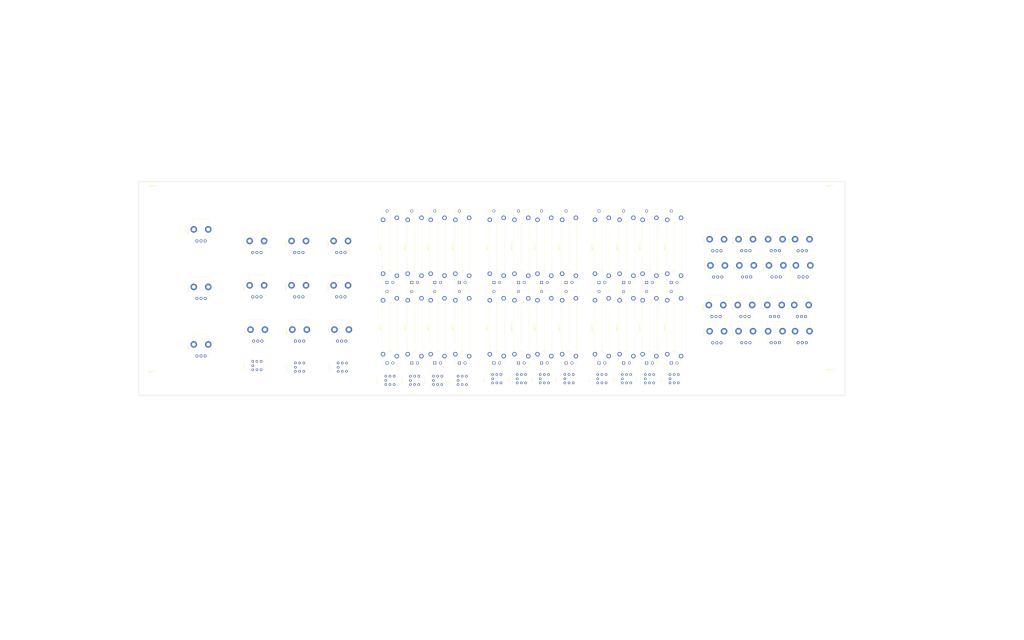
<source format=kicad_pcb>
(kicad_pcb (version 20221018) (generator pcbnew)
  (layers (0 "F.Cu" signal) (31 "B.Cu" signal) (34 "B.Paste" user) (35 "F.Paste" user) (36 "B.SilkS" user "B.Silkscreen") (37 "F.SilkS" user "F.Silkscreen") (38 "B.Mask" user) (39 "F.Mask" user) (44 "Edge.Cuts" user))
  (net 0 "")
  (footprint "NidecSwitches:TR2  7.5mm" (layer "F.Cu") (at 381 265)
    (fp_text reference "REF**" (at -7.62 0 90 unlocked) (layer "F.SilkS") (effects (font (thickness 0.1))))
    (fp_text value "TR2  7.5mm")
    (pad "1" thru_hole circle (at -2.54 -2.62) (size 1.524 1.524) (drill 0.762) (layers "*.Cu" "*.Mask"))
    (pad "2" thru_hole circle (at -2.54 2.46) (size 1.524 1.524) (drill 0.762) (layers "*.Cu" "*.Mask"))
    (pad "3" thru_hole circle (at 2.54 -2.62) (size 1.524 1.524) (drill 0.762) (layers "*.Cu" "*.Mask"))
    (pad "4" thru_hole circle (at 2.54 2.46) (size 1.524 1.524) (drill 0.762) (layers "*.Cu" "*.Mask"))
    (pad "5" thru_hole circle (at 0 2.46) (size 1.524 1.524) (drill 0.762) (layers "*.Cu" "*.Mask"))
    (pad "6" thru_hole circle (at 0 -2.62) (size 1.524 1.524) (drill 0.762) (layers "*.Cu" "*.Mask"))
    (pad "BOSS" thru_hole circle (at -2.54 0) (size 1.524 1.524) (drill 0.762) (layers "*.Cu" "*.Mask"))
  )
  (footprint "Potentiometer_THT:Potentiometer_Bourns_PTV09A-1_Single_Vertical" (layer "F.Cu") (at 473.6 227.05 90)
    (fp_text reference "REF**" (at 6.05 -10.15 90) (layer "F.SilkS"))
    (fp_text value "PTV09A")
    (pad "" np_thru_hole circle (at 7 -6.9 90) (size 4 4) (drill 2.2) (layers "F&B.Cu" "*.Mask"))
    (pad "" np_thru_hole circle (at 7 1.9 90) (size 4 4) (drill 2.2) (layers "F&B.Cu" "*.Mask"))
    (pad "1" thru_hole circle (at 0 0 90) (size 1.8 1.8) (drill 1) (layers "*.Cu" "*.Mask"))
    (pad "2" thru_hole circle (at 0 -2.5 90) (size 1.8 1.8) (drill 1) (layers "*.Cu" "*.Mask"))
    (pad "3" thru_hole circle (at 0 -5 90) (size 1.8 1.8) (drill 1) (layers "*.Cu" "*.Mask"))
  )
  (footprint "Potentiometer_THT:Potentiometer_Bourns_PTA3043_Single_Slide" (layer "F.Cu") (at 364.25 255.35 90)
    (fp_text reference "REF**" (at 21.75 -4 90) (layer "F.SilkS"))
    (fp_text value "Potentiometer_Bourns_PTA3043_Single_Slide")
    (pad "1" thru_hole rect (at 0 0 90) (size 1.75 1.75) (drill 1.2) (layers "*.Cu" "*.Mask"))
    (pad "2" thru_hole circle (at 0 3.5 90) (size 1.75 1.75) (drill 1.2) (layers "*.Cu" "*.Mask"))
    (pad "3" thru_hole circle (at 43.5 0 90) (size 1.75 1.75) (drill 1.2) (layers "*.Cu" "*.Mask"))
    (pad "MP" thru_hole circle (at 4.15 5.95 90) (size 2.7 2.7) (drill 1.7) (layers "*.Cu" "*.Mask"))
    (pad "MP" thru_hole circle (at 5.35 -2.45 90) (size 2.7 2.7) (drill 1.7) (layers "*.Cu" "*.Mask"))
    (pad "MP" thru_hole circle (at 38.15 -2.45 90) (size 2.7 2.7) (drill 1.7) (layers "*.Cu" "*.Mask"))
    (pad "MP" thru_hole circle (at 39.35 5.95 90) (size 2.7 2.7) (drill 1.7) (layers "*.Cu" "*.Mask"))
  )
  (footprint "Potentiometer_THT:Potentiometer_Bourns_PTV09A-1_Single_Vertical" (layer "F.Cu") (at 124.5 181.05 90)
    (fp_text reference "REF**" (at 6.05 -10.15 90) (layer "F.SilkS"))
    (fp_text value "PTV09A")
    (pad "" np_thru_hole circle (at 7 -6.9 90) (size 4 4) (drill 2.2) (layers "F&B.Cu" "*.Mask"))
    (pad "" np_thru_hole circle (at 7 1.9 90) (size 4 4) (drill 2.2) (layers "F&B.Cu" "*.Mask"))
    (pad "1" thru_hole circle (at 0 0 90) (size 1.8 1.8) (drill 1) (layers "*.Cu" "*.Mask"))
    (pad "2" thru_hole circle (at 0 -2.5 90) (size 1.8 1.8) (drill 1) (layers "*.Cu" "*.Mask"))
    (pad "3" thru_hole circle (at 0 -5 90) (size 1.8 1.8) (drill 1) (layers "*.Cu" "*.Mask"))
  )
  (footprint "NidecSwitches:TR2  7.5mm" (layer "F.Cu") (at 237 266)
    (fp_text reference "REF**" (at -7.62 0 90 unlocked) (layer "F.SilkS") (effects (font (thickness 0.1))))
    (fp_text value "TR2  7.5mm")
    (pad "1" thru_hole circle (at -2.54 -2.62) (size 1.524 1.524) (drill 0.762) (layers "*.Cu" "*.Mask"))
    (pad "2" thru_hole circle (at -2.54 2.46) (size 1.524 1.524) (drill 0.762) (layers "*.Cu" "*.Mask"))
    (pad "3" thru_hole circle (at 2.54 -2.62) (size 1.524 1.524) (drill 0.762) (layers "*.Cu" "*.Mask"))
    (pad "4" thru_hole circle (at 2.54 2.46) (size 1.524 1.524) (drill 0.762) (layers "*.Cu" "*.Mask"))
    (pad "5" thru_hole circle (at 0 2.46) (size 1.524 1.524) (drill 0.762) (layers "*.Cu" "*.Mask"))
    (pad "6" thru_hole circle (at 0 -2.62) (size 1.524 1.524) (drill 0.762) (layers "*.Cu" "*.Mask"))
    (pad "BOSS" thru_hole circle (at -2.54 0) (size 1.524 1.524) (drill 0.762) (layers "*.Cu" "*.Mask"))
  )
  (footprint "Potentiometer_THT:Potentiometer_Bourns_PTA3043_Single_Slide" (layer "F.Cu") (at 235.25 206.35 90)
    (fp_text reference "REF**" (at 21.75 -4 90) (layer "F.SilkS"))
    (fp_text value "Potentiometer_Bourns_PTA3043_Single_Slide")
    (pad "1" thru_hole rect (at 0 0 90) (size 1.75 1.75) (drill 1.2) (layers "*.Cu" "*.Mask"))
    (pad "2" thru_hole circle (at 0 3.5 90) (size 1.75 1.75) (drill 1.2) (layers "*.Cu" "*.Mask"))
    (pad "3" thru_hole circle (at 43.5 0 90) (size 1.75 1.75) (drill 1.2) (layers "*.Cu" "*.Mask"))
    (pad "MP" thru_hole circle (at 4.15 5.95 90) (size 2.7 2.7) (drill 1.7) (layers "*.Cu" "*.Mask"))
    (pad "MP" thru_hole circle (at 5.35 -2.45 90) (size 2.7 2.7) (drill 1.7) (layers "*.Cu" "*.Mask"))
    (pad "MP" thru_hole circle (at 38.15 -2.45 90) (size 2.7 2.7) (drill 1.7) (layers "*.Cu" "*.Mask"))
    (pad "MP" thru_hole circle (at 39.35 5.95 90) (size 2.7 2.7) (drill 1.7) (layers "*.Cu" "*.Mask"))
  )
  (footprint "NidecSwitches:TR2  7.5mm" (layer "F.Cu") (at 156 257)
    (fp_text reference "REF**" (at -7.62 0 90 unlocked) (layer "F.SilkS") (effects (font (thickness 0.1))))
    (fp_text value "TR2  7.5mm")
    (pad "1" thru_hole circle (at -2.54 -2.62) (size 1.524 1.524) (drill 0.762) (layers "*.Cu" "*.Mask"))
    (pad "2" thru_hole circle (at -2.54 2.46) (size 1.524 1.524) (drill 0.762) (layers "*.Cu" "*.Mask"))
    (pad "3" thru_hole circle (at 2.54 -2.62) (size 1.524 1.524) (drill 0.762) (layers "*.Cu" "*.Mask"))
    (pad "4" thru_hole circle (at 2.54 2.46) (size 1.524 1.524) (drill 0.762) (layers "*.Cu" "*.Mask"))
    (pad "5" thru_hole circle (at 0 2.46) (size 1.524 1.524) (drill 0.762) (layers "*.Cu" "*.Mask"))
    (pad "6" thru_hole circle (at 0 -2.62) (size 1.524 1.524) (drill 0.762) (layers "*.Cu" "*.Mask"))
    (pad "BOSS" thru_hole circle (at -2.54 0) (size 1.524 1.524) (drill 0.762) (layers "*.Cu" "*.Mask"))
  )
  (footprint "Potentiometer_THT:Potentiometer_Bourns_PTA3043_Single_Slide" (layer "F.Cu") (at 408.25 206.35 90)
    (fp_text reference "REF**" (at 21.75 -4 90) (layer "F.SilkS"))
    (fp_text value "Potentiometer_Bourns_PTA3043_Single_Slide")
    (pad "1" thru_hole rect (at 0 0 90) (size 1.75 1.75) (drill 1.2) (layers "*.Cu" "*.Mask"))
    (pad "2" thru_hole circle (at 0 3.5 90) (size 1.75 1.75) (drill 1.2) (layers "*.Cu" "*.Mask"))
    (pad "3" thru_hole circle (at 43.5 0 90) (size 1.75 1.75) (drill 1.2) (layers "*.Cu" "*.Mask"))
    (pad "MP" thru_hole circle (at 4.15 5.95 90) (size 2.7 2.7) (drill 1.7) (layers "*.Cu" "*.Mask"))
    (pad "MP" thru_hole circle (at 5.35 -2.45 90) (size 2.7 2.7) (drill 1.7) (layers "*.Cu" "*.Mask"))
    (pad "MP" thru_hole circle (at 38.15 -2.45 90) (size 2.7 2.7) (drill 1.7) (layers "*.Cu" "*.Mask"))
    (pad "MP" thru_hole circle (at 39.35 5.95 90) (size 2.7 2.7) (drill 1.7) (layers "*.Cu" "*.Mask"))
  )
  (footprint "NidecSwitches:TR2  7.5mm" (layer "F.Cu") (at 366 265)
    (fp_text reference "REF**" (at -7.62 0 90 unlocked) (layer "F.SilkS") (effects (font (thickness 0.1))))
    (fp_text value "TR2  7.5mm")
    (pad "1" thru_hole circle (at -2.54 -2.62) (size 1.524 1.524) (drill 0.762) (layers "*.Cu" "*.Mask"))
    (pad "2" thru_hole circle (at -2.54 2.46) (size 1.524 1.524) (drill 0.762) (layers "*.Cu" "*.Mask"))
    (pad "3" thru_hole circle (at 2.54 -2.62) (size 1.524 1.524) (drill 0.762) (layers "*.Cu" "*.Mask"))
    (pad "4" thru_hole circle (at 2.54 2.46) (size 1.524 1.524) (drill 0.762) (layers "*.Cu" "*.Mask"))
    (pad "5" thru_hole circle (at 0 2.46) (size 1.524 1.524) (drill 0.762) (layers "*.Cu" "*.Mask"))
    (pad "6" thru_hole circle (at 0 -2.62) (size 1.524 1.524) (drill 0.762) (layers "*.Cu" "*.Mask"))
    (pad "BOSS" thru_hole circle (at -2.54 0) (size 1.524 1.524) (drill 0.762) (layers "*.Cu" "*.Mask"))
  )
  (footprint "Potentiometer_THT:Potentiometer_Bourns_PTV09A-1_Single_Vertical" (layer "F.Cu") (at 455.6 227.05 90)
    (fp_text reference "REF**" (at 6.05 -10.15 90) (layer "F.SilkS"))
    (fp_text value "PTV09A")
    (pad "" np_thru_hole circle (at 7 -6.9 90) (size 4 4) (drill 2.2) (layers "F&B.Cu" "*.Mask"))
    (pad "" np_thru_hole circle (at 7 1.9 90) (size 4 4) (drill 2.2) (layers "F&B.Cu" "*.Mask"))
    (pad "1" thru_hole circle (at 0 0 90) (size 1.8 1.8) (drill 1) (layers "*.Cu" "*.Mask"))
    (pad "2" thru_hole circle (at 0 -2.5 90) (size 1.8 1.8) (drill 1) (layers "*.Cu" "*.Mask"))
    (pad "3" thru_hole circle (at 0 -5 90) (size 1.8 1.8) (drill 1) (layers "*.Cu" "*.Mask"))
  )
  (footprint "Potentiometer_THT:Potentiometer_Bourns_PTV09A-1_Single_Vertical" (layer "F.Cu") (at 456.1 187 90)
    (fp_text reference "REF**" (at 6.05 -10.15 90) (layer "F.SilkS"))
    (fp_text value "PTV09A")
    (pad "" np_thru_hole circle (at 7 -6.9 90) (size 4 4) (drill 2.2) (layers "F&B.Cu" "*.Mask"))
    (pad "" np_thru_hole circle (at 7 1.9 90) (size 4 4) (drill 2.2) (layers "F&B.Cu" "*.Mask"))
    (pad "1" thru_hole circle (at 0 0 90) (size 1.8 1.8) (drill 1) (layers "*.Cu" "*.Mask"))
    (pad "2" thru_hole circle (at 0 -2.5 90) (size 1.8 1.8) (drill 1) (layers "*.Cu" "*.Mask"))
    (pad "3" thru_hole circle (at 0 -5 90) (size 1.8 1.8) (drill 1) (layers "*.Cu" "*.Mask"))
  )
  (footprint "NidecSwitches:TR2  7.5mm" (layer "F.Cu") (at 317 265)
    (fp_text reference "REF**" (at -7.62 0 90 unlocked) (layer "F.SilkS") (effects (font (thickness 0.1))))
    (fp_text value "TR2  7.5mm")
    (pad "1" thru_hole circle (at -2.54 -2.62) (size 1.524 1.524) (drill 0.762) (layers "*.Cu" "*.Mask"))
    (pad "2" thru_hole circle (at -2.54 2.46) (size 1.524 1.524) (drill 0.762) (layers "*.Cu" "*.Mask"))
    (pad "3" thru_hole circle (at 2.54 -2.62) (size 1.524 1.524) (drill 0.762) (layers "*.Cu" "*.Mask"))
    (pad "4" thru_hole circle (at 2.54 2.46) (size 1.524 1.524) (drill 0.762) (layers "*.Cu" "*.Mask"))
    (pad "5" thru_hole circle (at 0 2.46) (size 1.524 1.524) (drill 0.762) (layers "*.Cu" "*.Mask"))
    (pad "6" thru_hole circle (at 0 -2.62) (size 1.524 1.524) (drill 0.762) (layers "*.Cu" "*.Mask"))
    (pad "BOSS" thru_hole circle (at -2.54 0) (size 1.524 1.524) (drill 0.762) (layers "*.Cu" "*.Mask"))
  )
  (footprint "Potentiometer_THT:Potentiometer_Bourns_PTV09A-1_Single_Vertical" (layer "F.Cu") (at 184 215.1 90)
    (fp_text reference "REF**" (at 6.05 -10.15 90) (layer "F.SilkS"))
    (fp_text value "PTV09A")
    (pad "" np_thru_hole circle (at 7 -6.9 90) (size 4 4) (drill 2.2) (layers "F&B.Cu" "*.Mask"))
    (pad "" np_thru_hole circle (at 7 1.9 90) (size 4 4) (drill 2.2) (layers "F&B.Cu" "*.Mask"))
    (pad "1" thru_hole circle (at 0 0 90) (size 1.8 1.8) (drill 1) (layers "*.Cu" "*.Mask"))
    (pad "2" thru_hole circle (at 0 -2.5 90) (size 1.8 1.8) (drill 1) (layers "*.Cu" "*.Mask"))
    (pad "3" thru_hole circle (at 0 -5 90) (size 1.8 1.8) (drill 1) (layers "*.Cu" "*.Mask"))
  )
  (footprint "Potentiometer_THT:Potentiometer_Bourns_PTV09A-1_Single_Vertical" (layer "F.Cu") (at 184.5 242.05 90)
    (fp_text reference "REF**" (at 6.05 -10.15 90) (layer "F.SilkS"))
    (fp_text value "PTV09A")
    (pad "" np_thru_hole circle (at 7 -6.9 90) (size 4 4) (drill 2.2) (layers "F&B.Cu" "*.Mask"))
    (pad "" np_thru_hole circle (at 7 1.9 90) (size 4 4) (drill 2.2) (layers "F&B.Cu" "*.Mask"))
    (pad "1" thru_hole circle (at 0 0 90) (size 1.8 1.8) (drill 1) (layers "*.Cu" "*.Mask"))
    (pad "2" thru_hole circle (at 0 -2.5 90) (size 1.8 1.8) (drill 1) (layers "*.Cu" "*.Mask"))
    (pad "3" thru_hole circle (at 0 -5 90) (size 1.8 1.8) (drill 1) (layers "*.Cu" "*.Mask"))
  )
  (footprint "Potentiometer_THT:Potentiometer_Bourns_PTA3043_Single_Slide" (layer "F.Cu") (at 393.25 206.35 90)
    (fp_text reference "REF**" (at 21.75 -4 90) (layer "F.SilkS"))
    (fp_text value "Potentiometer_Bourns_PTA3043_Single_Slide")
    (pad "1" thru_hole rect (at 0 0 90) (size 1.75 1.75) (drill 1.2) (layers "*.Cu" "*.Mask"))
    (pad "2" thru_hole circle (at 0 3.5 90) (size 1.75 1.75) (drill 1.2) (layers "*.Cu" "*.Mask"))
    (pad "3" thru_hole circle (at 43.5 0 90) (size 1.75 1.75) (drill 1.2) (layers "*.Cu" "*.Mask"))
    (pad "MP" thru_hole circle (at 4.15 5.95 90) (size 2.7 2.7) (drill 1.7) (layers "*.Cu" "*.Mask"))
    (pad "MP" thru_hole circle (at 5.35 -2.45 90) (size 2.7 2.7) (drill 1.7) (layers "*.Cu" "*.Mask"))
    (pad "MP" thru_hole circle (at 38.15 -2.45 90) (size 2.7 2.7) (drill 1.7) (layers "*.Cu" "*.Mask"))
    (pad "MP" thru_hole circle (at 39.35 5.95 90) (size 2.7 2.7) (drill 1.7) (layers "*.Cu" "*.Mask"))
  )
  (footprint "NidecSwitches:TR2  7.5mm" (layer "F.Cu") (at 346 265)
    (fp_text reference "REF**" (at -7.62 0 90 unlocked) (layer "F.SilkS") (effects (font (thickness 0.1))))
    (fp_text value "TR2  7.5mm")
    (pad "1" thru_hole circle (at -2.54 -2.62) (size 1.524 1.524) (drill 0.762) (layers "*.Cu" "*.Mask"))
    (pad "2" thru_hole circle (at -2.54 2.46) (size 1.524 1.524) (drill 0.762) (layers "*.Cu" "*.Mask"))
    (pad "3" thru_hole circle (at 2.54 -2.62) (size 1.524 1.524) (drill 0.762) (layers "*.Cu" "*.Mask"))
    (pad "4" thru_hole circle (at 2.54 2.46) (size 1.524 1.524) (drill 0.762) (layers "*.Cu" "*.Mask"))
    (pad "5" thru_hole circle (at 0 2.46) (size 1.524 1.524) (drill 0.762) (layers "*.Cu" "*.Mask"))
    (pad "6" thru_hole circle (at 0 -2.62) (size 1.524 1.524) (drill 0.762) (layers "*.Cu" "*.Mask"))
    (pad "BOSS" thru_hole circle (at -2.54 0) (size 1.524 1.524) (drill 0.762) (layers "*.Cu" "*.Mask"))
  )
  (footprint "NidecSwitches:TR2  7.5mm" (layer "F.Cu") (at 208 258)
    (fp_text reference "REF**" (at -7.62 0 90 unlocked) (layer "F.SilkS") (effects (font (thickness 0.1))))
    (fp_text value "TR2  7.5mm")
    (pad "1" thru_hole circle (at -2.54 -2.62) (size 1.524 1.524) (drill 0.762) (layers "*.Cu" "*.Mask"))
    (pad "2" thru_hole circle (at -2.54 2.46) (size 1.524 1.524) (drill 0.762) (layers "*.Cu" "*.Mask"))
    (pad "3" thru_hole circle (at 2.54 -2.62) (size 1.524 1.524) (drill 0.762) (layers "*.Cu" "*.Mask"))
    (pad "4" thru_hole circle (at 2.54 2.46) (size 1.524 1.524) (drill 0.762) (layers "*.Cu" "*.Mask"))
    (pad "5" thru_hole circle (at 0 2.46) (size 1.524 1.524) (drill 0.762) (layers "*.Cu" "*.Mask"))
    (pad "6" thru_hole circle (at 0 -2.62) (size 1.524 1.524) (drill 0.762) (layers "*.Cu" "*.Mask"))
    (pad "BOSS" thru_hole circle (at -2.54 0) (size 1.524 1.524) (drill 0.762) (layers "*.Cu" "*.Mask"))
  )
  (footprint "NidecSwitches:TR2  7.5mm" (layer "F.Cu") (at 410 265)
    (fp_text reference "REF**" (at -7.62 0 90 unlocked) (layer "F.SilkS") (effects (font (thickness 0.1))))
    (fp_text value "TR2  7.5mm")
    (pad "1" thru_hole circle (at -2.54 -2.62) (size 1.524 1.524) (drill 0.762) (layers "*.Cu" "*.Mask"))
    (pad "2" thru_hole circle (at -2.54 2.46) (size 1.524 1.524) (drill 0.762) (layers "*.Cu" "*.Mask"))
    (pad "3" thru_hole circle (at 2.54 -2.62) (size 1.524 1.524) (drill 0.762) (layers "*.Cu" "*.Mask"))
    (pad "4" thru_hole circle (at 2.54 2.46) (size 1.524 1.524) (drill 0.762) (layers "*.Cu" "*.Mask"))
    (pad "5" thru_hole circle (at 0 2.46) (size 1.524 1.524) (drill 0.762) (layers "*.Cu" "*.Mask"))
    (pad "6" thru_hole circle (at 0 -2.62) (size 1.524 1.524) (drill 0.762) (layers "*.Cu" "*.Mask"))
    (pad "BOSS" thru_hole circle (at -2.54 0) (size 1.524 1.524) (drill 0.762) (layers "*.Cu" "*.Mask"))
  )
  (footprint "Potentiometer_THT:Potentiometer_Bourns_PTA3043_Single_Slide" (layer "F.Cu") (at 315.25 255.35 90)
    (fp_text reference "REF**" (at 21.75 -4 90) (layer "F.SilkS"))
    (fp_text value "Potentiometer_Bourns_PTA3043_Single_Slide")
    (pad "1" thru_hole rect (at 0 0 90) (size 1.75 1.75) (drill 1.2) (layers "*.Cu" "*.Mask"))
    (pad "2" thru_hole circle (at 0 3.5 90) (size 1.75 1.75) (drill 1.2) (layers "*.Cu" "*.Mask"))
    (pad "3" thru_hole circle (at 43.5 0 90) (size 1.75 1.75) (drill 1.2) (layers "*.Cu" "*.Mask"))
    (pad "MP" thru_hole circle (at 4.15 5.95 90) (size 2.7 2.7) (drill 1.7) (layers "*.Cu" "*.Mask"))
    (pad "MP" thru_hole circle (at 5.35 -2.45 90) (size 2.7 2.7) (drill 1.7) (layers "*.Cu" "*.Mask"))
    (pad "MP" thru_hole circle (at 38.15 -2.45 90) (size 2.7 2.7) (drill 1.7) (layers "*.Cu" "*.Mask"))
    (pad "MP" thru_hole circle (at 39.35 5.95 90) (size 2.7 2.7) (drill 1.7) (layers "*.Cu" "*.Mask"))
  )
  (footprint "Potentiometer_THT:Potentiometer_Bourns_PTV09A-1_Single_Vertical" (layer "F.Cu") (at 438.5 187.05 90)
    (fp_text reference "REF**" (at 6.05 -10.15 90) (layer "F.SilkS"))
    (fp_text value "PTV09A")
    (pad "" np_thru_hole circle (at 7 -6.9 90) (size 4 4) (drill 2.2) (layers "F&B.Cu" "*.Mask"))
    (pad "" np_thru_hole circle (at 7 1.9 90) (size 4 4) (drill 2.2) (layers "F&B.Cu" "*.Mask"))
    (pad "1" thru_hole circle (at 0 0 90) (size 1.8 1.8) (drill 1) (layers "*.Cu" "*.Mask"))
    (pad "2" thru_hole circle (at 0 -2.5 90) (size 1.8 1.8) (drill 1) (layers "*.Cu" "*.Mask"))
    (pad "3" thru_hole circle (at 0 -5 90) (size 1.8 1.8) (drill 1) (layers "*.Cu" "*.Mask"))
  )
  (footprint "Potentiometer_THT:Potentiometer_Bourns_PTV09A-1_Single_Vertical" (layer "F.Cu") (at 158.5 215.1 90)
    (fp_text reference "REF**" (at 6.05 -10.15 90) (layer "F.SilkS"))
    (fp_text value "PTV09A")
    (pad "" np_thru_hole circle (at 7 -6.9 90) (size 4 4) (drill 2.2) (layers "F&B.Cu" "*.Mask"))
    (pad "" np_thru_hole circle (at 7 1.9 90) (size 4 4) (drill 2.2) (layers "F&B.Cu" "*.Mask"))
    (pad "1" thru_hole circle (at 0 0 90) (size 1.8 1.8) (drill 1) (layers "*.Cu" "*.Mask"))
    (pad "2" thru_hole circle (at 0 -2.5 90) (size 1.8 1.8) (drill 1) (layers "*.Cu" "*.Mask"))
    (pad "3" thru_hole circle (at 0 -5 90) (size 1.8 1.8) (drill 1) (layers "*.Cu" "*.Mask"))
  )
  (footprint "NidecSwitches:TR2  7.5mm" (layer "F.Cu") (at 266 266)
    (fp_text reference "REF**" (at -7.62 0 90 unlocked) (layer "F.SilkS") (effects (font (thickness 0.1))))
    (fp_text value "TR2  7.5mm")
    (pad "1" thru_hole circle (at -2.54 -2.62) (size 1.524 1.524) (drill 0.762) (layers "*.Cu" "*.Mask"))
    (pad "2" thru_hole circle (at -2.54 2.46) (size 1.524 1.524) (drill 0.762) (layers "*.Cu" "*.Mask"))
    (pad "3" thru_hole circle (at 2.54 -2.62) (size 1.524 1.524) (drill 0.762) (layers "*.Cu" "*.Mask"))
    (pad "4" thru_hole circle (at 2.54 2.46) (size 1.524 1.524) (drill 0.762) (layers "*.Cu" "*.Mask"))
    (pad "5" thru_hole circle (at 0 2.46) (size 1.524 1.524) (drill 0.762) (layers "*.Cu" "*.Mask"))
    (pad "6" thru_hole circle (at 0 -2.62) (size 1.524 1.524) (drill 0.762) (layers "*.Cu" "*.Mask"))
    (pad "BOSS" thru_hole circle (at -2.54 0) (size 1.524 1.524) (drill 0.762) (layers "*.Cu" "*.Mask"))
  )
  (footprint "Potentiometer_THT:Potentiometer_Bourns_PTA3043_Single_Slide" (layer "F.Cu") (at 235.25 255.35 90)
    (fp_text reference "REF**" (at 21.75 -4 90) (layer "F.SilkS"))
    (fp_text value "Potentiometer_Bourns_PTA3043_Single_Slide")
    (pad "1" thru_hole rect (at 0 0 90) (size 1.75 1.75) (drill 1.2) (layers "*.Cu" "*.Mask"))
    (pad "2" thru_hole circle (at 0 3.5 90) (size 1.75 1.75) (drill 1.2) (layers "*.Cu" "*.Mask"))
    (pad "3" thru_hole circle (at 43.5 0 90) (size 1.75 1.75) (drill 1.2) (layers "*.Cu" "*.Mask"))
    (pad "MP" thru_hole circle (at 4.15 5.95 90) (size 2.7 2.7) (drill 1.7) (layers "*.Cu" "*.Mask"))
    (pad "MP" thru_hole circle (at 5.35 -2.45 90) (size 2.7 2.7) (drill 1.7) (layers "*.Cu" "*.Mask"))
    (pad "MP" thru_hole circle (at 38.15 -2.45 90) (size 2.7 2.7) (drill 1.7) (layers "*.Cu" "*.Mask"))
    (pad "MP" thru_hole circle (at 39.35 5.95 90) (size 2.7 2.7) (drill 1.7) (layers "*.Cu" "*.Mask"))
  )
  (footprint "Potentiometer_THT:Potentiometer_Bourns_PTV09A-1_Single_Vertical" (layer "F.Cu") (at 124.5 251.05 90)
    (fp_text reference "REF**" (at 6.05 -10.15 90) (layer "F.SilkS"))
    (fp_text value "PTV09A")
    (pad "" np_thru_hole circle (at 7 -6.9 90) (size 4 4) (drill 2.2) (layers "F&B.Cu" "*.Mask"))
    (pad "" np_thru_hole circle (at 7 1.9 90) (size 4 4) (drill 2.2) (layers "F&B.Cu" "*.Mask"))
    (pad "1" thru_hole circle (at 0 0 90) (size 1.8 1.8) (drill 1) (layers "*.Cu" "*.Mask"))
    (pad "2" thru_hole circle (at 0 -2.5 90) (size 1.8 1.8) (drill 1) (layers "*.Cu" "*.Mask"))
    (pad "3" thru_hole circle (at 0 -5 90) (size 1.8 1.8) (drill 1) (layers "*.Cu" "*.Mask"))
  )
  (footprint "NidecSwitches:TR2  7.5mm" (layer "F.Cu") (at 302 265)
    (fp_text reference "REF**" (at -7.62 0 90 unlocked) (layer "F.SilkS") (effects (font (thickness 0.1))))
    (fp_text value "TR2  7.5mm")
    (pad "1" thru_hole circle (at -2.54 -2.62) (size 1.524 1.524) (drill 0.762) (layers "*.Cu" "*.Mask"))
    (pad "2" thru_hole circle (at -2.54 2.46) (size 1.524 1.524) (drill 0.762) (layers "*.Cu" "*.Mask"))
    (pad "3" thru_hole circle (at 2.54 -2.62) (size 1.524 1.524) (drill 0.762) (layers "*.Cu" "*.Mask"))
    (pad "4" thru_hole circle (at 2.54 2.46) (size 1.524 1.524) (drill 0.762) (layers "*.Cu" "*.Mask"))
    (pad "5" thru_hole circle (at 0 2.46) (size 1.524 1.524) (drill 0.762) (layers "*.Cu" "*.Mask"))
    (pad "6" thru_hole circle (at 0 -2.62) (size 1.524 1.524) (drill 0.762) (layers "*.Cu" "*.Mask"))
    (pad "BOSS" thru_hole circle (at -2.54 0) (size 1.524 1.524) (drill 0.762) (layers "*.Cu" "*.Mask"))
  )
  (footprint "Potentiometer_THT:Potentiometer_Bourns_PTA3043_Single_Slide" (layer "F.Cu") (at 329.25 206.35 90)
    (fp_text reference "REF**" (at 21.75 -4 90) (layer "F.SilkS"))
    (fp_text value "Potentiometer_Bourns_PTA3043_Single_Slide")
    (pad "1" thru_hole rect (at 0 0 90) (size 1.75 1.75) (drill 1.2) (layers "*.Cu" "*.Mask"))
    (pad "2" thru_hole circle (at 0 3.5 90) (size 1.75 1.75) (drill 1.2) (layers "*.Cu" "*.Mask"))
    (pad "3" thru_hole circle (at 43.5 0 90) (size 1.75 1.75) (drill 1.2) (layers "*.Cu" "*.Mask"))
    (pad "MP" thru_hole circle (at 4.15 5.95 90) (size 2.7 2.7) (drill 1.7) (layers "*.Cu" "*.Mask"))
    (pad "MP" thru_hole circle (at 5.35 -2.45 90) (size 2.7 2.7) (drill 1.7) (layers "*.Cu" "*.Mask"))
    (pad "MP" thru_hole circle (at 38.15 -2.45 90) (size 2.7 2.7) (drill 1.7) (layers "*.Cu" "*.Mask"))
    (pad "MP" thru_hole circle (at 39.35 5.95 90) (size 2.7 2.7) (drill 1.7) (layers "*.Cu" "*.Mask"))
  )
  (footprint "Potentiometer_THT:Potentiometer_Bourns_PTV09A-1_Single_Vertical" (layer "F.Cu") (at 159 242.05 90)
    (fp_text reference "REF**" (at 6.05 -10.15 90) (layer "F.SilkS"))
    (fp_text value "PTV09A")
    (pad "" np_thru_hole circle (at 7 -6.9 90) (size 4 4) (drill 2.2) (layers "F&B.Cu" "*.Mask"))
    (pad "" np_thru_hole circle (at 7 1.9 90) (size 4 4) (drill 2.2) (layers "F&B.Cu" "*.Mask"))
    (pad "1" thru_hole circle (at 0 0 90) (size 1.8 1.8) (drill 1) (layers "*.Cu" "*.Mask"))
    (pad "2" thru_hole circle (at 0 -2.5 90) (size 1.8 1.8) (drill 1) (layers "*.Cu" "*.Mask"))
    (pad "3" thru_hole circle (at 0 -5 90) (size 1.8 1.8) (drill 1) (layers "*.Cu" "*.Mask"))
  )
  (footprint "Potentiometer_THT:Potentiometer_Bourns_PTA3043_Single_Slide" (layer "F.Cu") (at 250.25 255.35 90)
    (fp_text reference "REF**" (at 21.75 -4 90) (layer "F.SilkS"))
    (fp_text value "Potentiometer_Bourns_PTA3043_Single_Slide")
    (pad "1" thru_hole rect (at 0 0 90) (size 1.75 1.75) (drill 1.2) (layers "*.Cu" "*.Mask"))
    (pad "2" thru_hole circle (at 0 3.5 90) (size 1.75 1.75) (drill 1.2) (layers "*.Cu" "*.Mask"))
    (pad "3" thru_hole circle (at 43.5 0 90) (size 1.75 1.75) (drill 1.2) (layers "*.Cu" "*.Mask"))
    (pad "MP" thru_hole circle (at 4.15 5.95 90) (size 2.7 2.7) (drill 1.7) (layers "*.Cu" "*.Mask"))
    (pad "MP" thru_hole circle (at 5.35 -2.45 90) (size 2.7 2.7) (drill 1.7) (layers "*.Cu" "*.Mask"))
    (pad "MP" thru_hole circle (at 38.15 -2.45 90) (size 2.7 2.7) (drill 1.7) (layers "*.Cu" "*.Mask"))
    (pad "MP" thru_hole circle (at 39.35 5.95 90) (size 2.7 2.7) (drill 1.7) (layers "*.Cu" "*.Mask"))
  )
  (footprint "Potentiometer_THT:Potentiometer_Bourns_PTV09A-1_Single_Vertical" (layer "F.Cu") (at 490 227.05 90)
    (fp_text reference "REF**" (at 6.05 -10.15 90) (layer "F.SilkS"))
    (fp_text value "PTV09A")
    (pad "" np_thru_hole circle (at 7 -6.9 90) (size 4 4) (drill 2.2) (layers "F&B.Cu" "*.Mask"))
    (pad "" np_thru_hole circle (at 7 1.9 90) (size 4 4) (drill 2.2) (layers "F&B.Cu" "*.Mask"))
    (pad "1" thru_hole circle (at 0 0 90) (size 1.8 1.8) (drill 1) (layers "*.Cu" "*.Mask"))
    (pad "2" thru_hole circle (at 0 -2.5 90) (size 1.8 1.8) (drill 1) (layers "*.Cu" "*.Mask"))
    (pad "3" thru_hole circle (at 0 -5 90) (size 1.8 1.8) (drill 1) (layers "*.Cu" "*.Mask"))
  )
  (footprint "MountingHole:MountingHole_5.3mm_M5" (layer "F.Cu") (at 505 154)
    (fp_text reference "REF**" (at 0 -6.3) (layer "F.SilkS"))
    (fp_text value "MountingHole_5.3mm_M5")
    (pad "" np_thru_hole circle (at 0 0) (size 5.3 5.3) (drill 5.3) (layers "F&B.Cu" "*.Mask"))
  )
  (footprint "Potentiometer_THT:Potentiometer_Bourns_PTV09A-1_Single_Vertical" (layer "F.Cu") (at 210.1 242.05 90)
    (fp_text reference "REF**" (at 6.05 -10.15 90) (layer "F.SilkS"))
    (fp_text value "PTV09A")
    (pad "" np_thru_hole circle (at 7 -6.9 90) (size 4 4) (drill 2.2) (layers "F&B.Cu" "*.Mask"))
    (pad "" np_thru_hole circle (at 7 1.9 90) (size 4 4) (drill 2.2) (layers "F&B.Cu" "*.Mask"))
    (pad "1" thru_hole circle (at 0 0 90) (size 1.8 1.8) (drill 1) (layers "*.Cu" "*.Mask"))
    (pad "2" thru_hole circle (at 0 -2.5 90) (size 1.8 1.8) (drill 1) (layers "*.Cu" "*.Mask"))
    (pad "3" thru_hole circle (at 0 -5 90) (size 1.8 1.8) (drill 1) (layers "*.Cu" "*.Mask"))
  )
  (footprint "Potentiometer_THT:Potentiometer_Bourns_PTA3043_Single_Slide" (layer "F.Cu") (at 300.25 206.35 90)
    (fp_text reference "REF**" (at 21.75 -4 90) (layer "F.SilkS"))
    (fp_text value "Potentiometer_Bourns_PTA3043_Single_Slide")
    (pad "1" thru_hole rect (at 0 0 90) (size 1.75 1.75) (drill 1.2) (layers "*.Cu" "*.Mask"))
    (pad "2" thru_hole circle (at 0 3.5 90) (size 1.75 1.75) (drill 1.2) (layers "*.Cu" "*.Mask"))
    (pad "3" thru_hole circle (at 43.5 0 90) (size 1.75 1.75) (drill 1.2) (layers "*.Cu" "*.Mask"))
    (pad "MP" thru_hole circle (at 4.15 5.95 90) (size 2.7 2.7) (drill 1.7) (layers "*.Cu" "*.Mask"))
    (pad "MP" thru_hole circle (at 5.35 -2.45 90) (size 2.7 2.7) (drill 1.7) (layers "*.Cu" "*.Mask"))
    (pad "MP" thru_hole circle (at 38.15 -2.45 90) (size 2.7 2.7) (drill 1.7) (layers "*.Cu" "*.Mask"))
    (pad "MP" thru_hole circle (at 39.35 5.95 90) (size 2.7 2.7) (drill 1.7) (layers "*.Cu" "*.Mask"))
  )
  (footprint "Potentiometer_THT:Potentiometer_Bourns_PTV09A-1_Single_Vertical" (layer "F.Cu") (at 456.1 243 90)
    (fp_text reference "REF**" (at 6.05 -10.15 90) (layer "F.SilkS"))
    (fp_text value "PTV09A")
    (pad "" np_thru_hole circle (at 7 -6.9 90) (size 4 4) (drill 2.2) (layers "F&B.Cu" "*.Mask"))
    (pad "" np_thru_hole circle (at 7 1.9 90) (size 4 4) (drill 2.2) (layers "F&B.Cu" "*.Mask"))
    (pad "1" thru_hole circle (at 0 0 90) (size 1.8 1.8) (drill 1) (layers "*.Cu" "*.Mask"))
    (pad "2" thru_hole circle (at 0 -2.5 90) (size 1.8 1.8) (drill 1) (layers "*.Cu" "*.Mask"))
    (pad "3" thru_hole circle (at 0 -5 90) (size 1.8 1.8) (drill 1) (layers "*.Cu" "*.Mask"))
  )
  (footprint "Potentiometer_THT:Potentiometer_Bourns_PTA3043_Single_Slide" (layer "F.Cu") (at 279.25 206.35 90)
    (fp_text reference "REF**" (at 21.75 -4 90) (layer "F.SilkS"))
    (fp_text value "Potentiometer_Bourns_PTA3043_Single_Slide")
    (pad "1" thru_hole rect (at 0 0 90) (size 1.75 1.75) (drill 1.2) (layers "*.Cu" "*.Mask"))
    (pad "2" thru_hole circle (at 0 3.5 90) (size 1.75 1.75) (drill 1.2) (layers "*.Cu" "*.Mask"))
    (pad "3" thru_hole circle (at 43.5 0 90) (size 1.75 1.75) (drill 1.2) (layers "*.Cu" "*.Mask"))
    (pad "MP" thru_hole circle (at 4.15 5.95 90) (size 2.7 2.7) (drill 1.7) (layers "*.Cu" "*.Mask"))
    (pad "MP" thru_hole circle (at 5.35 -2.45 90) (size 2.7 2.7) (drill 1.7) (layers "*.Cu" "*.Mask"))
    (pad "MP" thru_hole circle (at 38.15 -2.45 90) (size 2.7 2.7) (drill 1.7) (layers "*.Cu" "*.Mask"))
    (pad "MP" thru_hole circle (at 39.35 5.95 90) (size 2.7 2.7) (drill 1.7) (layers "*.Cu" "*.Mask"))
  )
  (footprint "Potentiometer_THT:Potentiometer_Bourns_PTV09A-1_Single_Vertical" (layer "F.Cu") (at 209.6 188.1 90)
    (fp_text reference "REF**" (at 6.05 -10.15 90) (layer "F.SilkS"))
    (fp_text value "PTV09A")
    (pad "" np_thru_hole circle (at 7 -6.9 90) (size 4 4) (drill 2.2) (layers "F&B.Cu" "*.Mask"))
    (pad "" np_thru_hole circle (at 7 1.9 90) (size 4 4) (drill 2.2) (layers "F&B.Cu" "*.Mask"))
    (pad "1" thru_hole circle (at 0 0 90) (size 1.8 1.8) (drill 1) (layers "*.Cu" "*.Mask"))
    (pad "2" thru_hole circle (at 0 -2.5 90) (size 1.8 1.8) (drill 1) (layers "*.Cu" "*.Mask"))
    (pad "3" thru_hole circle (at 0 -5 90) (size 1.8 1.8) (drill 1) (layers "*.Cu" "*.Mask"))
  )
  (footprint "Potentiometer_THT:Potentiometer_Bourns_PTV09A-1_Single_Vertical" (layer "F.Cu") (at 438.5 243.05 90)
    (fp_text reference "REF**" (at 6.05 -10.15 90) (layer "F.SilkS"))
    (fp_text value "PTV09A")
    (pad "" np_thru_hole circle (at 7 -6.9 90) (size 4 4) (drill 2.2) (layers "F&B.Cu" "*.Mask"))
    (pad "" np_thru_hole circle (at 7 1.9 90) (size 4 4) (drill 2.2) (layers "F&B.Cu" "*.Mask"))
    (pad "1" thru_hole circle (at 0 0 90) (size 1.8 1.8) (drill 1) (layers "*.Cu" "*.Mask"))
    (pad "2" thru_hole circle (at 0 -2.5 90) (size 1.8 1.8) (drill 1) (layers "*.Cu" "*.Mask"))
    (pad "3" thru_hole circle (at 0 -5 90) (size 1.8 1.8) (drill 1) (layers "*.Cu" "*.Mask"))
  )
  (footprint "MountingHole:MountingHole_5.3mm_M5" (layer "F.Cu") (at 505 266)
    (fp_text reference "REF**" (at 0 -6.3) (layer "F.SilkS"))
    (fp_text value "MountingHole_5.3mm_M5")
    (pad "" np_thru_hole circle (at 0 0) (size 5.3 5.3) (drill 5.3) (layers "F&B.Cu" "*.Mask"))
  )
  (footprint "Potentiometer_THT:Potentiometer_Bourns_PTA3043_Single_Slide" (layer "F.Cu") (at 364.25 206.35 90)
    (fp_text reference "REF**" (at 21.75 -4 90) (layer "F.SilkS"))
    (fp_text value "Potentiometer_Bourns_PTA3043_Single_Slide")
    (pad "1" thru_hole rect (at 0 0 90) (size 1.75 1.75) (drill 1.2) (layers "*.Cu" "*.Mask"))
    (pad "2" thru_hole circle (at 0 3.5 90) (size 1.75 1.75) (drill 1.2) (layers "*.Cu" "*.Mask"))
    (pad "3" thru_hole circle (at 43.5 0 90) (size 1.75 1.75) (drill 1.2) (layers "*.Cu" "*.Mask"))
    (pad "MP" thru_hole circle (at 4.15 5.95 90) (size 2.7 2.7) (drill 1.7) (layers "*.Cu" "*.Mask"))
    (pad "MP" thru_hole circle (at 5.35 -2.45 90) (size 2.7 2.7) (drill 1.7) (layers "*.Cu" "*.Mask"))
    (pad "MP" thru_hole circle (at 38.15 -2.45 90) (size 2.7 2.7) (drill 1.7) (layers "*.Cu" "*.Mask"))
    (pad "MP" thru_hole circle (at 39.35 5.95 90) (size 2.7 2.7) (drill 1.7) (layers "*.Cu" "*.Mask"))
  )
  (footprint "Potentiometer_THT:Potentiometer_Bourns_PTV09A-1_Single_Vertical" (layer "F.Cu") (at 209.6 215.1 90)
    (fp_text reference "REF**" (at 6.05 -10.15 90) (layer "F.SilkS"))
    (fp_text value "PTV09A")
    (pad "" np_thru_hole circle (at 7 -6.9 90) (size 4 4) (drill 2.2) (layers "F&B.Cu" "*.Mask"))
    (pad "" np_thru_hole circle (at 7 1.9 90) (size 4 4) (drill 2.2) (layers "F&B.Cu" "*.Mask"))
    (pad "1" thru_hole circle (at 0 0 90) (size 1.8 1.8) (drill 1) (layers "*.Cu" "*.Mask"))
    (pad "2" thru_hole circle (at 0 -2.5 90) (size 1.8 1.8) (drill 1) (layers "*.Cu" "*.Mask"))
    (pad "3" thru_hole circle (at 0 -5 90) (size 1.8 1.8) (drill 1) (layers "*.Cu" "*.Mask"))
  )
  (footprint "Potentiometer_THT:Potentiometer_Bourns_PTV09A-1_Single_Vertical" (layer "F.Cu") (at 439 203 90)
    (fp_text reference "REF**" (at 6.05 -10.15 90) (layer "F.SilkS"))
    (fp_text value "PTV09A")
    (pad "" np_thru_hole circle (at 7 -6.9 90) (size 4 4) (drill 2.2) (layers "F&B.Cu" "*.Mask"))
    (pad "" np_thru_hole circle (at 7 1.9 90) (size 4 4) (drill 2.2) (layers "F&B.Cu" "*.Mask"))
    (pad "1" thru_hole circle (at 0 0 90) (size 1.8 1.8) (drill 1) (layers "*.Cu" "*.Mask"))
    (pad "2" thru_hole circle (at 0 -2.5 90) (size 1.8 1.8) (drill 1) (layers "*.Cu" "*.Mask"))
    (pad "3" thru_hole circle (at 0 -5 90) (size 1.8 1.8) (drill 1) (layers "*.Cu" "*.Mask"))
  )
  (footprint "NidecSwitches:TR2  7.5mm" (layer "F.Cu") (at 182 258)
    (fp_text reference "REF**" (at -7.62 0 90 unlocked) (layer "F.SilkS") (effects (font (thickness 0.1))))
    (fp_text value "TR2  7.5mm")
    (pad "1" thru_hole circle (at -2.54 -2.62) (size 1.524 1.524) (drill 0.762) (layers "*.Cu" "*.Mask"))
    (pad "2" thru_hole circle (at -2.54 2.46) (size 1.524 1.524) (drill 0.762) (layers "*.Cu" "*.Mask"))
    (pad "3" thru_hole circle (at 2.54 -2.62) (size 1.524 1.524) (drill 0.762) (layers "*.Cu" "*.Mask"))
    (pad "4" thru_hole circle (at 2.54 2.46) (size 1.524 1.524) (drill 0.762) (layers "*.Cu" "*.Mask"))
    (pad "5" thru_hole circle (at 0 2.46) (size 1.524 1.524) (drill 0.762) (layers "*.Cu" "*.Mask"))
    (pad "6" thru_hole circle (at 0 -2.62) (size 1.524 1.524) (drill 0.762) (layers "*.Cu" "*.Mask"))
    (pad "BOSS" thru_hole circle (at -2.54 0) (size 1.524 1.524) (drill 0.762) (layers "*.Cu" "*.Mask"))
  )
  (footprint "Potentiometer_THT:Potentiometer_Bourns_PTA3043_Single_Slide" (layer "F.Cu") (at 329.25 255.35 90)
    (fp_text reference "REF**" (at 21.75 -4 90) (layer "F.SilkS"))
    (fp_text value "Potentiometer_Bourns_PTA3043_Single_Slide")
    (pad "1" thru_hole rect (at 0 0 90) (size 1.75 1.75) (drill 1.2) (layers "*.Cu" "*.Mask"))
    (pad "2" thru_hole circle (at 0 3.5 90) (size 1.75 1.75) (drill 1.2) (layers "*.Cu" "*.Mask"))
    (pad "3" thru_hole circle (at 43.5 0 90) (size 1.75 1.75) (drill 1.2) (layers "*.Cu" "*.Mask"))
    (pad "MP" thru_hole circle (at 4.15 5.95 90) (size 2.7 2.7) (drill 1.7) (layers "*.Cu" "*.Mask"))
    (pad "MP" thru_hole circle (at 5.35 -2.45 90) (size 2.7 2.7) (drill 1.7) (layers "*.Cu" "*.Mask"))
    (pad "MP" thru_hole circle (at 38.15 -2.45 90) (size 2.7 2.7) (drill 1.7) (layers "*.Cu" "*.Mask"))
    (pad "MP" thru_hole circle (at 39.35 5.95 90) (size 2.7 2.7) (drill 1.7) (layers "*.Cu" "*.Mask"))
  )
  (footprint "Potentiometer_THT:Potentiometer_Bourns_PTV09A-1_Single_Vertical" (layer "F.Cu") (at 491 202.95 90)
    (fp_text reference "REF**" (at 6.05 -10.15 90) (layer "F.SilkS"))
    (fp_text value "PTV09A")
    (pad "" np_thru_hole circle (at 7 -6.9 90) (size 4 4) (drill 2.2) (layers "F&B.Cu" "*.Mask"))
    (pad "" np_thru_hole circle (at 7 1.9 90) (size 4 4) (drill 2.2) (layers "F&B.Cu" "*.Mask"))
    (pad "1" thru_hole circle (at 0 0 90) (size 1.8 1.8) (drill 1) (layers "*.Cu" "*.Mask"))
    (pad "2" thru_hole circle (at 0 -2.5 90) (size 1.8 1.8) (drill 1) (layers "*.Cu" "*.Mask"))
    (pad "3" thru_hole circle (at 0 -5 90) (size 1.8 1.8) (drill 1) (layers "*.Cu" "*.Mask"))
  )
  (footprint "Potentiometer_THT:Potentiometer_Bourns_PTV09A-1_Single_Vertical" (layer "F.Cu") (at 158.5 188.1 90)
    (fp_text reference "REF**" (at 6.05 -10.15 90) (layer "F.SilkS"))
    (fp_text value "PTV09A")
    (pad "" np_thru_hole circle (at 7 -6.9 90) (size 4 4) (drill 2.2) (layers "F&B.Cu" "*.Mask"))
    (pad "" np_thru_hole circle (at 7 1.9 90) (size 4 4) (drill 2.2) (layers "F&B.Cu" "*.Mask"))
    (pad "1" thru_hole circle (at 0 0 90) (size 1.8 1.8) (drill 1) (layers "*.Cu" "*.Mask"))
    (pad "2" thru_hole circle (at 0 -2.5 90) (size 1.8 1.8) (drill 1) (layers "*.Cu" "*.Mask"))
    (pad "3" thru_hole circle (at 0 -5 90) (size 1.8 1.8) (drill 1) (layers "*.Cu" "*.Mask"))
  )
  (footprint "Potentiometer_THT:Potentiometer_Bourns_PTV09A-1_Single_Vertical" (layer "F.Cu") (at 474.1 243 90)
    (fp_text reference "REF**" (at 6.05 -10.15 90) (layer "F.SilkS"))
    (fp_text value "PTV09A")
    (pad "" np_thru_hole circle (at 7 -6.9 90) (size 4 4) (drill 2.2) (layers "F&B.Cu" "*.Mask"))
    (pad "" np_thru_hole circle (at 7 1.9 90) (size 4 4) (drill 2.2) (layers "F&B.Cu" "*.Mask"))
    (pad "1" thru_hole circle (at 0 0 90) (size 1.8 1.8) (drill 1) (layers "*.Cu" "*.Mask"))
    (pad "2" thru_hole circle (at 0 -2.5 90) (size 1.8 1.8) (drill 1) (layers "*.Cu" "*.Mask"))
    (pad "3" thru_hole circle (at 0 -5 90) (size 1.8 1.8) (drill 1) (layers "*.Cu" "*.Mask"))
  )
  (footprint "Potentiometer_THT:Potentiometer_Bourns_PTV09A-1_Single_Vertical" (layer "F.Cu") (at 184 188.1 90)
    (fp_text reference "REF**" (at 6.05 -10.15 90) (layer "F.SilkS"))
    (fp_text value "PTV09A")
    (pad "" np_thru_hole circle (at 7 -6.9 90) (size 4 4) (drill 2.2) (layers "F&B.Cu" "*.Mask"))
    (pad "" np_thru_hole circle (at 7 1.9 90) (size 4 4) (drill 2.2) (layers "F&B.Cu" "*.Mask"))
    (pad "1" thru_hole circle (at 0 0 90) (size 1.8 1.8) (drill 1) (layers "*.Cu" "*.Mask"))
    (pad "2" thru_hole circle (at 0 -2.5 90) (size 1.8 1.8) (drill 1) (layers "*.Cu" "*.Mask"))
    (pad "3" thru_hole circle (at 0 -5 90) (size 1.8 1.8) (drill 1) (layers "*.Cu" "*.Mask"))
  )
  (footprint "MountingHole:MountingHole_5.3mm_M5" (layer "F.Cu") (at 93 154)
    (fp_text reference "REF**" (at 0 -6.3) (layer "F.SilkS"))
    (fp_text value "MountingHole_5.3mm_M5")
    (pad "" np_thru_hole circle (at 0 0) (size 5.3 5.3) (drill 5.3) (layers "F&B.Cu" "*.Mask"))
  )
  (footprint "Potentiometer_THT:Potentiometer_Bourns_PTA3043_Single_Slide" (layer "F.Cu") (at 344.25 206.35 90)
    (fp_text reference "REF**" (at 21.75 -4 90) (layer "F.SilkS"))
    (fp_text value "Potentiometer_Bourns_PTA3043_Single_Slide")
    (pad "1" thru_hole rect (at 0 0 90) (size 1.75 1.75) (drill 1.2) (layers "*.Cu" "*.Mask"))
    (pad "2" thru_hole circle (at 0 3.5 90) (size 1.75 1.75) (drill 1.2) (layers "*.Cu" "*.Mask"))
    (pad "3" thru_hole circle (at 43.5 0 90) (size 1.75 1.75) (drill 1.2) (layers "*.Cu" "*.Mask"))
    (pad "MP" thru_hole circle (at 4.15 5.95 90) (size 2.7 2.7) (drill 1.7) (layers "*.Cu" "*.Mask"))
    (pad "MP" thru_hole circle (at 5.35 -2.45 90) (size 2.7 2.7) (drill 1.7) (layers "*.Cu" "*.Mask"))
    (pad "MP" thru_hole circle (at 38.15 -2.45 90) (size 2.7 2.7) (drill 1.7) (layers "*.Cu" "*.Mask"))
    (pad "MP" thru_hole circle (at 39.35 5.95 90) (size 2.7 2.7) (drill 1.7) (layers "*.Cu" "*.Mask"))
  )
  (footprint "Potentiometer_THT:Potentiometer_Bourns_PTV09A-1_Single_Vertical" (layer "F.Cu") (at 490.5 243 90)
    (fp_text reference "REF**" (at 6.05 -10.15 90) (layer "F.SilkS"))
    (fp_text value "PTV09A")
    (pad "" np_thru_hole circle (at 7 -6.9 90) (size 4 4) (drill 2.2) (layers "F&B.Cu" "*.Mask"))
    (pad "" np_thru_hole circle (at 7 1.9 90) (size 4 4) (drill 2.2) (layers "F&B.Cu" "*.Mask"))
    (pad "1" thru_hole circle (at 0 0 90) (size 1.8 1.8) (drill 1) (layers "*.Cu" "*.Mask"))
    (pad "2" thru_hole circle (at 0 -2.5 90) (size 1.8 1.8) (drill 1) (layers "*.Cu" "*.Mask"))
    (pad "3" thru_hole circle (at 0 -5 90) (size 1.8 1.8) (drill 1) (layers "*.Cu" "*.Mask"))
  )
  (footprint "Potentiometer_THT:Potentiometer_Bourns_PTA3043_Single_Slide" (layer "F.Cu") (at 300.25 255.35 90)
    (fp_text reference "REF**" (at 21.75 -4 90) (layer "F.SilkS"))
    (fp_text value "Potentiometer_Bourns_PTA3043_Single_Slide")
    (pad "1" thru_hole rect (at 0 0 90) (size 1.75 1.75) (drill 1.2) (layers "*.Cu" "*.Mask"))
    (pad "2" thru_hole circle (at 0 3.5 90) (size 1.75 1.75) (drill 1.2) (layers "*.Cu" "*.Mask"))
    (pad "3" thru_hole circle (at 43.5 0 90) (size 1.75 1.75) (drill 1.2) (layers "*.Cu" "*.Mask"))
    (pad "MP" thru_hole circle (at 4.15 5.95 90) (size 2.7 2.7) (drill 1.7) (layers "*.Cu" "*.Mask"))
    (pad "MP" thru_hole circle (at 5.35 -2.45 90) (size 2.7 2.7) (drill 1.7) (layers "*.Cu" "*.Mask"))
    (pad "MP" thru_hole circle (at 38.15 -2.45 90) (size 2.7 2.7) (drill 1.7) (layers "*.Cu" "*.Mask"))
    (pad "MP" thru_hole circle (at 39.35 5.95 90) (size 2.7 2.7) (drill 1.7) (layers "*.Cu" "*.Mask"))
  )
  (footprint "Potentiometer_THT:Potentiometer_Bourns_PTA3043_Single_Slide" (layer "F.Cu") (at 393.25 255.35 90)
    (fp_text reference "REF**" (at 21.75 -4 90) (layer "F.SilkS"))
    (fp_text value "Potentiometer_Bourns_PTA3043_Single_Slide")
    (pad "1" thru_hole rect (at 0 0 90) (size 1.75 1.75) (drill 1.2) (layers "*.Cu" "*.Mask"))
    (pad "2" thru_hole circle (at 0 3.5 90) (size 1.75 1.75) (drill 1.2) (layers "*.Cu" "*.Mask"))
    (pad "3" thru_hole circle (at 43.5 0 90) (size 1.75 1.75) (drill 1.2) (layers "*.Cu" "*.Mask"))
    (pad "MP" thru_hole circle (at 4.15 5.95 90) (size 2.7 2.7) (drill 1.7) (layers "*.Cu" "*.Mask"))
    (pad "MP" thru_hole circle (at 5.35 -2.45 90) (size 2.7 2.7) (drill 1.7) (layers "*.Cu" "*.Mask"))
    (pad "MP" thru_hole circle (at 38.15 -2.45 90) (size 2.7 2.7) (drill 1.7) (layers "*.Cu" "*.Mask"))
    (pad "MP" thru_hole circle (at 39.35 5.95 90) (size 2.7 2.7) (drill 1.7) (layers "*.Cu" "*.Mask"))
  )
  (footprint "MountingHole:MountingHole_5.3mm_M5" (layer "F.Cu") (at 92 267)
    (fp_text reference "REF**" (at 0 -6.3) (layer "F.SilkS"))
    (fp_text value "MountingHole_5.3mm_M5")
    (pad "" np_thru_hole circle (at 0 0) (size 5.3 5.3) (drill 5.3) (layers "*.Cu" "*.Mask"))
  )
  (footprint "Potentiometer_THT:Potentiometer_Bourns_PTV09A-1_Single_Vertical" (layer "F.Cu") (at 438 227.1 90)
    (fp_text reference "REF**" (at 6.05 -10.15 90) (layer "F.SilkS"))
    (fp_text value "PTV09A")
    (pad "" np_thru_hole circle (at 7 -6.9 90) (size 4 4) (drill 2.2) (layers "F&B.Cu" "*.Mask"))
    (pad "" np_thru_hole circle (at 7 1.9 90) (size 4 4) (drill 2.2) (layers "F&B.Cu" "*.Mask"))
    (pad "1" thru_hole circle (at 0 0 90) (size 1.8 1.8) (drill 1) (layers "*.Cu" "*.Mask"))
    (pad "2" thru_hole circle (at 0 -2.5 90) (size 1.8 1.8) (drill 1) (layers "*.Cu" "*.Mask"))
    (pad "3" thru_hole circle (at 0 -5 90) (size 1.8 1.8) (drill 1) (layers "*.Cu" "*.Mask"))
  )
  (footprint "Potentiometer_THT:Potentiometer_Bourns_PTA3043_Single_Slide" (layer "F.Cu") (at 344.25 255.35 90)
    (fp_text reference "REF**" (at 21.75 -4 90) (layer "F.SilkS"))
    (fp_text value "Potentiometer_Bourns_PTA3043_Single_Slide")
    (pad "1" thru_hole rect (at 0 0 90) (size 1.75 1.75) (drill 1.2) (layers "*.Cu" "*.Mask"))
    (pad "2" thru_hole circle (at 0 3.5 90) (size 1.75 1.75) (drill 1.2) (layers "*.Cu" "*.Mask"))
    (pad "3" thru_hole circle (at 43.5 0 90) (size 1.75 1.75) (drill 1.2) (layers "*.Cu" "*.Mask"))
    (pad "MP" thru_hole circle (at 4.15 5.95 90) (size 2.7 2.7) (drill 1.7) (layers "*.Cu" "*.Mask"))
    (pad "MP" thru_hole circle (at 5.35 -2.45 90) (size 2.7 2.7) (drill 1.7) (layers "*.Cu" "*.Mask"))
    (pad "MP" thru_hole circle (at 38.15 -2.45 90) (size 2.7 2.7) (drill 1.7) (layers "*.Cu" "*.Mask"))
    (pad "MP" thru_hole circle (at 39.35 5.95 90) (size 2.7 2.7) (drill 1.7) (layers "*.Cu" "*.Mask"))
  )
  (footprint "Potentiometer_THT:Potentiometer_Bourns_PTV09A-1_Single_Vertical" (layer "F.Cu") (at 456.6 202.95 90)
    (fp_text reference "REF**" (at 6.05 -10.15 90) (layer "F.SilkS"))
    (fp_text value "PTV09A")
    (pad "" np_thru_hole circle (at 7 -6.9 90) (size 4 4) (drill 2.2) (layers "F&B.Cu" "*.Mask"))
    (pad "" np_thru_hole circle (at 7 1.9 90) (size 4 4) (drill 2.2) (layers "F&B.Cu" "*.Mask"))
    (pad "1" thru_hole circle (at 0 0 90) (size 1.8 1.8) (drill 1) (layers "*.Cu" "*.Mask"))
    (pad "2" thru_hole circle (at 0 -2.5 90) (size 1.8 1.8) (drill 1) (layers "*.Cu" "*.Mask"))
    (pad "3" thru_hole circle (at 0 -5 90) (size 1.8 1.8) (drill 1) (layers "*.Cu" "*.Mask"))
  )
  (footprint "NidecSwitches:TR2  7.5mm" (layer "F.Cu") (at 281 266)
    (fp_text reference "REF**" (at -7.62 0 90 unlocked) (layer "F.SilkS") (effects (font (thickness 0.1))))
    (fp_text value "TR2  7.5mm")
    (pad "1" thru_hole circle (at -2.54 -2.62) (size 1.524 1.524) (drill 0.762) (layers "*.Cu" "*.Mask"))
    (pad "2" thru_hole circle (at -2.54 2.46) (size 1.524 1.524) (drill 0.762) (layers "*.Cu" "*.Mask"))
    (pad "3" thru_hole circle (at 2.54 -2.62) (size 1.524 1.524) (drill 0.762) (layers "*.Cu" "*.Mask"))
    (pad "4" thru_hole circle (at 2.54 2.46) (size 1.524 1.524) (drill 0.762) (layers "*.Cu" "*.Mask"))
    (pad "5" thru_hole circle (at 0 2.46) (size 1.524 1.524) (drill 0.762) (layers "*.Cu" "*.Mask"))
    (pad "6" thru_hole circle (at 0 -2.62) (size 1.524 1.524) (drill 0.762) (layers "*.Cu" "*.Mask"))
    (pad "BOSS" thru_hole circle (at -2.54 0) (size 1.524 1.524) (drill 0.762) (layers "*.Cu" "*.Mask"))
  )
  (footprint "Potentiometer_THT:Potentiometer_Bourns_PTA3043_Single_Slide" (layer "F.Cu") (at 379.25 206.35 90)
    (fp_text reference "REF**" (at 21.75 -4 90) (layer "F.SilkS"))
    (fp_text value "Potentiometer_Bourns_PTA3043_Single_Slide")
    (pad "1" thru_hole rect (at 0 0 90) (size 1.75 1.75) (drill 1.2) (layers "*.Cu" "*.Mask"))
    (pad "2" thru_hole circle (at 0 3.5 90) (size 1.75 1.75) (drill 1.2) (layers "*.Cu" "*.Mask"))
    (pad "3" thru_hole circle (at 43.5 0 90) (size 1.75 1.75) (drill 1.2) (layers "*.Cu" "*.Mask"))
    (pad "MP" thru_hole circle (at 4.15 5.95 90) (size 2.7 2.7) (drill 1.7) (layers "*.Cu" "*.Mask"))
    (pad "MP" thru_hole circle (at 5.35 -2.45 90) (size 2.7 2.7) (drill 1.7) (layers "*.Cu" "*.Mask"))
    (pad "MP" thru_hole circle (at 38.15 -2.45 90) (size 2.7 2.7) (drill 1.7) (layers "*.Cu" "*.Mask"))
    (pad "MP" thru_hole circle (at 39.35 5.95 90) (size 2.7 2.7) (drill 1.7) (layers "*.Cu" "*.Mask"))
  )
  (footprint "Potentiometer_THT:Potentiometer_Bourns_PTA3043_Single_Slide" (layer "F.Cu") (at 250.25 206.35 90)
    (fp_text reference "REF**" (at 21.75 -4 90) (layer "F.SilkS"))
    (fp_text value "Potentiometer_Bourns_PTA3043_Single_Slide")
    (pad "1" thru_hole rect (at 0 0 90) (size 1.75 1.75) (drill 1.2) (layers "*.Cu" "*.Mask"))
    (pad "2" thru_hole circle (at 0 3.5 90) (size 1.75 1.75) (drill 1.2) (layers "*.Cu" "*.Mask"))
    (pad "3" thru_hole circle (at 43.5 0 90) (size 1.75 1.75) (drill 1.2) (layers "*.Cu" "*.Mask"))
    (pad "MP" thru_hole circle (at 4.15 5.95 90) (size 2.7 2.7) (drill 1.7) (layers "*.Cu" "*.Mask"))
    (pad "MP" thru_hole circle (at 5.35 -2.45 90) (size 2.7 2.7) (drill 1.7) (layers "*.Cu" "*.Mask"))
    (pad "MP" thru_hole circle (at 38.15 -2.45 90) (size 2.7 2.7) (drill 1.7) (layers "*.Cu" "*.Mask"))
    (pad "MP" thru_hole circle (at 39.35 5.95 90) (size 2.7 2.7) (drill 1.7) (layers "*.Cu" "*.Mask"))
  )
  (footprint "Potentiometer_THT:Potentiometer_Bourns_PTA3043_Single_Slide" (layer "F.Cu") (at 264.25 206.35 90)
    (fp_text reference "REF**" (at 21.75 -4 90) (layer "F.SilkS"))
    (fp_text value "Potentiometer_Bourns_PTA3043_Single_Slide")
    (pad "1" thru_hole rect (at 0 0 90) (size 1.75 1.75) (drill 1.2) (layers "*.Cu" "*.Mask"))
    (pad "2" thru_hole circle (at 0 3.5 90) (size 1.75 1.75) (drill 1.2) (layers "*.Cu" "*.Mask"))
    (pad "3" thru_hole circle (at 43.5 0 90) (size 1.75 1.75) (drill 1.2) (layers "*.Cu" "*.Mask"))
    (pad "MP" thru_hole circle (at 4.15 5.95 90) (size 2.7 2.7) (drill 1.7) (layers "*.Cu" "*.Mask"))
    (pad "MP" thru_hole circle (at 5.35 -2.45 90) (size 2.7 2.7) (drill 1.7) (layers "*.Cu" "*.Mask"))
    (pad "MP" thru_hole circle (at 38.15 -2.45 90) (size 2.7 2.7) (drill 1.7) (layers "*.Cu" "*.Mask"))
    (pad "MP" thru_hole circle (at 39.35 5.95 90) (size 2.7 2.7) (drill 1.7) (layers "*.Cu" "*.Mask"))
  )
  (footprint "NidecSwitches:TR2  7.5mm" (layer "F.Cu") (at 395 265)
    (fp_text reference "REF**" (at -7.62 0 90 unlocked) (layer "F.SilkS") (effects (font (thickness 0.1))))
    (fp_text value "TR2  7.5mm")
    (pad "1" thru_hole circle (at -2.54 -2.62) (size 1.524 1.524) (drill 0.762) (layers "*.Cu" "*.Mask"))
    (pad "2" thru_hole circle (at -2.54 2.46) (size 1.524 1.524) (drill 0.762) (layers "*.Cu" "*.Mask"))
    (pad "3" thru_hole circle (at 2.54 -2.62) (size 1.524 1.524) (drill 0.762) (layers "*.Cu" "*.Mask"))
    (pad "4" thru_hole circle (at 2.54 2.46) (size 1.524 1.524) (drill 0.762) (layers "*.Cu" "*.Mask"))
    (pad "5" thru_hole circle (at 0 2.46) (size 1.524 1.524) (drill 0.762) (layers "*.Cu" "*.Mask"))
    (pad "6" thru_hole circle (at 0 -2.62) (size 1.524 1.524) (drill 0.762) (layers "*.Cu" "*.Mask"))
    (pad "BOSS" thru_hole circle (at -2.54 0) (size 1.524 1.524) (drill 0.762) (layers "*.Cu" "*.Mask"))
  )
  (footprint "Potentiometer_THT:Potentiometer_Bourns_PTA3043_Single_Slide" (layer "F.Cu") (at 279.25 255.35 90)
    (fp_text reference "REF**" (at 21.75 -4 90) (layer "F.SilkS"))
    (fp_text value "Potentiometer_Bourns_PTA3043_Single_Slide")
    (pad "1" thru_hole rect (at 0 0 90) (size 1.75 1.75) (drill 1.2) (layers "*.Cu" "*.Mask"))
    (pad "2" thru_hole circle (at 0 3.5 90) (size 1.75 1.75) (drill 1.2) (layers "*.Cu" "*.Mask"))
    (pad "3" thru_hole circle (at 43.5 0 90) (size 1.75 1.75) (drill 1.2) (layers "*.Cu" "*.Mask"))
    (pad "MP" thru_hole circle (at 4.15 5.95 90) (size 2.7 2.7) (drill 1.7) (layers "*.Cu" "*.Mask"))
    (pad "MP" thru_hole circle (at 5.35 -2.45 90) (size 2.7 2.7) (drill 1.7) (layers "*.Cu" "*.Mask"))
    (pad "MP" thru_hole circle (at 38.15 -2.45 90) (size 2.7 2.7) (drill 1.7) (layers "*.Cu" "*.Mask"))
    (pad "MP" thru_hole circle (at 39.35 5.95 90) (size 2.7 2.7) (drill 1.7) (layers "*.Cu" "*.Mask"))
  )
  (footprint "NidecSwitches:TR2  7.5mm" (layer "F.Cu") (at 252 266)
    (fp_text reference "REF**" (at -7.62 0 90 unlocked) (layer "F.SilkS") (effects (font (thickness 0.1))))
    (fp_text value "TR2  7.5mm")
    (pad "1" thru_hole circle (at -2.54 -2.62) (size 1.524 1.524) (drill 0.762) (layers "*.Cu" "*.Mask"))
    (pad "2" thru_hole circle (at -2.54 2.46) (size 1.524 1.524) (drill 0.762) (layers "*.Cu" "*.Mask"))
    (pad "3" thru_hole circle (at 2.54 -2.62) (size 1.524 1.524) (drill 0.762) (layers "*.Cu" "*.Mask"))
    (pad "4" thru_hole circle (at 2.54 2.46) (size 1.524 1.524) (drill 0.762) (layers "*.Cu" "*.Mask"))
    (pad "5" thru_hole circle (at 0 2.46) (size 1.524 1.524) (drill 0.762) (layers "*.Cu" "*.Mask"))
    (pad "6" thru_hole circle (at 0 -2.62) (size 1.524 1.524) (drill 0.762) (layers "*.Cu" "*.Mask"))
    (pad "BOSS" thru_hole circle (at -2.54 0) (size 1.524 1.524) (drill 0.762) (layers "*.Cu" "*.Mask"))
  )
  (footprint "Potentiometer_THT:Potentiometer_Bourns_PTA3043_Single_Slide" (layer "F.Cu") (at 379.25 255.35 90)
    (fp_text reference "REF**" (at 21.75 -4 90) (layer "F.SilkS"))
    (fp_text value "Potentiometer_Bourns_PTA3043_Single_Slide")
    (pad "1" thru_hole rect (at 0 0 90) (size 1.75 1.75) (drill 1.2) (layers "*.Cu" "*.Mask"))
    (pad "2" thru_hole circle (at 0 3.5 90) (size 1.75 1.75) (drill 1.2) (layers "*.Cu" "*.Mask"))
    (pad "3" thru_hole circle (at 43.5 0 90) (size 1.75 1.75) (drill 1.2) (layers "*.Cu" "*.Mask"))
    (pad "MP" thru_hole circle (at 4.15 5.95 90) (size 2.7 2.7) (drill 1.7) (layers "*.Cu" "*.Mask"))
    (pad "MP" thru_hole circle (at 5.35 -2.45 90) (size 2.7 2.7) (drill 1.7) (layers "*.Cu" "*.Mask"))
    (pad "MP" thru_hole circle (at 38.15 -2.45 90) (size 2.7 2.7) (drill 1.7) (layers "*.Cu" "*.Mask"))
    (pad "MP" thru_hole circle (at 39.35 5.95 90) (size 2.7 2.7) (drill 1.7) (layers "*.Cu" "*.Mask"))
  )
  (footprint "Potentiometer_THT:Potentiometer_Bourns_PTV09A-1_Single_Vertical" (layer "F.Cu") (at 490.5 187 90)
    (fp_text reference "REF**" (at 6.05 -10.15 90) (layer "F.SilkS"))
    (fp_text value "PTV09A")
    (pad "" np_thru_hole circle (at 7 -6.9 90) (size 4 4) (drill 2.2) (layers "F&B.Cu" "*.Mask"))
    (pad "" np_thru_hole circle (at 7 1.9 90) (size 4 4) (drill 2.2) (layers "F&B.Cu" "*.Mask"))
    (pad "1" thru_hole circle (at 0 0 90) (size 1.8 1.8) (drill 1) (layers "*.Cu" "*.Mask"))
    (pad "2" thru_hole circle (at 0 -2.5 90) (size 1.8 1.8) (drill 1) (layers "*.Cu" "*.Mask"))
    (pad "3" thru_hole circle (at 0 -5 90) (size 1.8 1.8) (drill 1) (layers "*.Cu" "*.Mask"))
  )
  (footprint "Potentiometer_THT:Potentiometer_Bourns_PTV09A-1_Single_Vertical" (layer "F.Cu") (at 124.5 216.05 90)
    (fp_text reference "REF**" (at 6.05 -10.15 90) (layer "F.SilkS"))
    (fp_text value "PTV09A")
    (pad "" np_thru_hole circle (at 7 -6.9 90) (size 4 4) (drill 2.2) (layers "F&B.Cu" "*.Mask"))
    (pad "" np_thru_hole circle (at 7 1.9 90) (size 4 4) (drill 2.2) (layers "F&B.Cu" "*.Mask"))
    (pad "1" thru_hole circle (at 0 0 90) (size 1.8 1.8) (drill 1) (layers "*.Cu" "*.Mask"))
    (pad "2" thru_hole circle (at 0 -2.5 90) (size 1.8 1.8) (drill 1) (layers "*.Cu" "*.Mask"))
    (pad "3" thru_hole circle (at 0 -5 90) (size 1.8 1.8) (drill 1) (layers "*.Cu" "*.Mask"))
  )
  (footprint "Potentiometer_THT:Potentiometer_Bourns_PTV09A-1_Single_Vertical" (layer "F.Cu") (at 474.6 202.95 90)
    (fp_text reference "REF**" (at 6.05 -10.15 90) (layer "F.SilkS"))
    (fp_text value "PTV09A")
    (pad "" np_thru_hole circle (at 7 -6.9 90) (size 4 4) (drill 2.2) (layers "F&B.Cu" "*.Mask"))
    (pad "" np_thru_hole circle (at 7 1.9 90) (size 4 4) (drill 2.2) (layers "F&B.Cu" "*.Mask"))
    (pad "1" thru_hole circle (at 0 0 90) (size 1.8 1.8) (drill 1) (layers "*.Cu" "*.Mask"))
    (pad "2" thru_hole circle (at 0 -2.5 90) (size 1.8 1.8) (drill 1) (layers "*.Cu" "*.Mask"))
    (pad "3" thru_hole circle (at 0 -5 90) (size 1.8 1.8) (drill 1) (layers "*.Cu" "*.Mask"))
  )
  (footprint "Potentiometer_THT:Potentiometer_Bourns_PTA3043_Single_Slide" (layer "F.Cu") (at 315.25 206.35 90)
    (fp_text reference "REF**" (at 21.75 -4 90) (layer "F.SilkS"))
    (fp_text value "Potentiometer_Bourns_PTA3043_Single_Slide")
    (pad "1" thru_hole rect (at 0 0 90) (size 1.75 1.75) (drill 1.2) (layers "*.Cu" "*.Mask"))
    (pad "2" thru_hole circle (at 0 3.5 90) (size 1.75 1.75) (drill 1.2) (layers "*.Cu" "*.Mask"))
    (pad "3" thru_hole circle (at 43.5 0 90) (size 1.75 1.75) (drill 1.2) (layers "*.Cu" "*.Mask"))
    (pad "MP" thru_hole circle (at 4.15 5.95 90) (size 2.7 2.7) (drill 1.7) (layers "*.Cu" "*.Mask"))
    (pad "MP" thru_hole circle (at 5.35 -2.45 90) (size 2.7 2.7) (drill 1.7) (layers "*.Cu" "*.Mask"))
    (pad "MP" thru_hole circle (at 38.15 -2.45 90) (size 2.7 2.7) (drill 1.7) (layers "*.Cu" "*.Mask"))
    (pad "MP" thru_hole circle (at 39.35 5.95 90) (size 2.7 2.7) (drill 1.7) (layers "*.Cu" "*.Mask"))
  )
  (footprint "Potentiometer_THT:Potentiometer_Bourns_PTV09A-1_Single_Vertical" (layer "F.Cu") (at 474.1 187 90)
    (fp_text reference "REF**" (at 6.05 -10.15 90) (layer "F.SilkS"))
    (fp_text value "PTV09A")
    (pad "" np_thru_hole circle (at 7 -6.9 90) (size 4 4) (drill 2.2) (layers "F&B.Cu" "*.Mask"))
    (pad "" np_thru_hole circle (at 7 1.9 90) (size 4 4) (drill 2.2) (layers "F&B.Cu" "*.Mask"))
    (pad "1" thru_hole circle (at 0 0 90) (size 1.8 1.8) (drill 1) (layers "*.Cu" "*.Mask"))
    (pad "2" thru_hole circle (at 0 -2.5 90) (size 1.8 1.8) (drill 1) (layers "*.Cu" "*.Mask"))
    (pad "3" thru_hole circle (at 0 -5 90) (size 1.8 1.8) (drill 1) (layers "*.Cu" "*.Mask"))
  )
  (footprint "Potentiometer_THT:Potentiometer_Bourns_PTA3043_Single_Slide" (layer "F.Cu") (at 264.25 255.35 90)
    (fp_text reference "REF**" (at 21.75 -4 90) (layer "F.SilkS"))
    (fp_text value "Potentiometer_Bourns_PTA3043_Single_Slide")
    (pad "1" thru_hole rect (at 0 0 90) (size 1.75 1.75) (drill 1.2) (layers "*.Cu" "*.Mask"))
    (pad "2" thru_hole circle (at 0 3.5 90) (size 1.75 1.75) (drill 1.2) (layers "*.Cu" "*.Mask"))
    (pad "3" thru_hole circle (at 43.5 0 90) (size 1.75 1.75) (drill 1.2) (layers "*.Cu" "*.Mask"))
    (pad "MP" thru_hole circle (at 4.15 5.95 90) (size 2.7 2.7) (drill 1.7) (layers "*.Cu" "*.Mask"))
    (pad "MP" thru_hole circle (at 5.35 -2.45 90) (size 2.7 2.7) (drill 1.7) (layers "*.Cu" "*.Mask"))
    (pad "MP" thru_hole circle (at 38.15 -2.45 90) (size 2.7 2.7) (drill 1.7) (layers "*.Cu" "*.Mask"))
    (pad "MP" thru_hole circle (at 39.35 5.95 90) (size 2.7 2.7) (drill 1.7) (layers "*.Cu" "*.Mask"))
  )
  (footprint "Potentiometer_THT:Potentiometer_Bourns_PTA3043_Single_Slide" (layer "F.Cu") (at 408.25 255.35 90)
    (fp_text reference "REF**" (at 21.75 -4 90) (layer "F.SilkS"))
    (fp_text value "Potentiometer_Bourns_PTA3043_Single_Slide")
    (pad "1" thru_hole rect (at 0 0 90) (size 1.75 1.75) (drill 1.2) (layers "*.Cu" "*.Mask"))
    (pad "2" thru_hole circle (at 0 3.5 90) (size 1.75 1.75) (drill 1.2) (layers "*.Cu" "*.Mask"))
    (pad "3" thru_hole circle (at 43.5 0 90) (size 1.75 1.75) (drill 1.2) (layers "*.Cu" "*.Mask"))
    (pad "MP" thru_hole circle (at 4.15 5.95 90) (size 2.7 2.7) (drill 1.7) (layers "*.Cu" "*.Mask"))
    (pad "MP" thru_hole circle (at 5.35 -2.45 90) (size 2.7 2.7) (drill 1.7) (layers "*.Cu" "*.Mask"))
    (pad "MP" thru_hole circle (at 38.15 -2.45 90) (size 2.7 2.7) (drill 1.7) (layers "*.Cu" "*.Mask"))
    (pad "MP" thru_hole circle (at 39.35 5.95 90) (size 2.7 2.7) (drill 1.7) (layers "*.Cu" "*.Mask"))
  )
  (footprint "NidecSwitches:TR2  7.5mm" (layer "F.Cu") (at 331 265)
    (fp_text reference "REF**" (at -7.62 0 90 unlocked) (layer "F.SilkS") (effects (font (thickness 0.1))))
    (fp_text value "TR2  7.5mm")
    (pad "1" thru_hole circle (at -2.54 -2.62) (size 1.524 1.524) (drill 0.762) (layers "*.Cu" "*.Mask"))
    (pad "2" thru_hole circle (at -2.54 2.46) (size 1.524 1.524) (drill 0.762) (layers "*.Cu" "*.Mask"))
    (pad "3" thru_hole circle (at 2.54 -2.62) (size 1.524 1.524) (drill 0.762) (layers "*.Cu" "*.Mask"))
    (pad "4" thru_hole circle (at 2.54 2.46) (size 1.524 1.524) (drill 0.762) (layers "*.Cu" "*.Mask"))
    (pad "5" thru_hole circle (at 0 2.46) (size 1.524 1.524) (drill 0.762) (layers "*.Cu" "*.Mask"))
    (pad "6" thru_hole circle (at 0 -2.62) (size 1.524 1.524) (drill 0.762) (layers "*.Cu" "*.Mask"))
    (pad "BOSS" thru_hole circle (at -2.54 0) (size 1.524 1.524) (drill 0.762) (layers "*.Cu" "*.Mask"))
  )
  (gr_rect locked (start 84 145) (end 514 275) (stroke (width 0.2)) (fill none) (layer "Edge.Cuts"))
)
</source>
